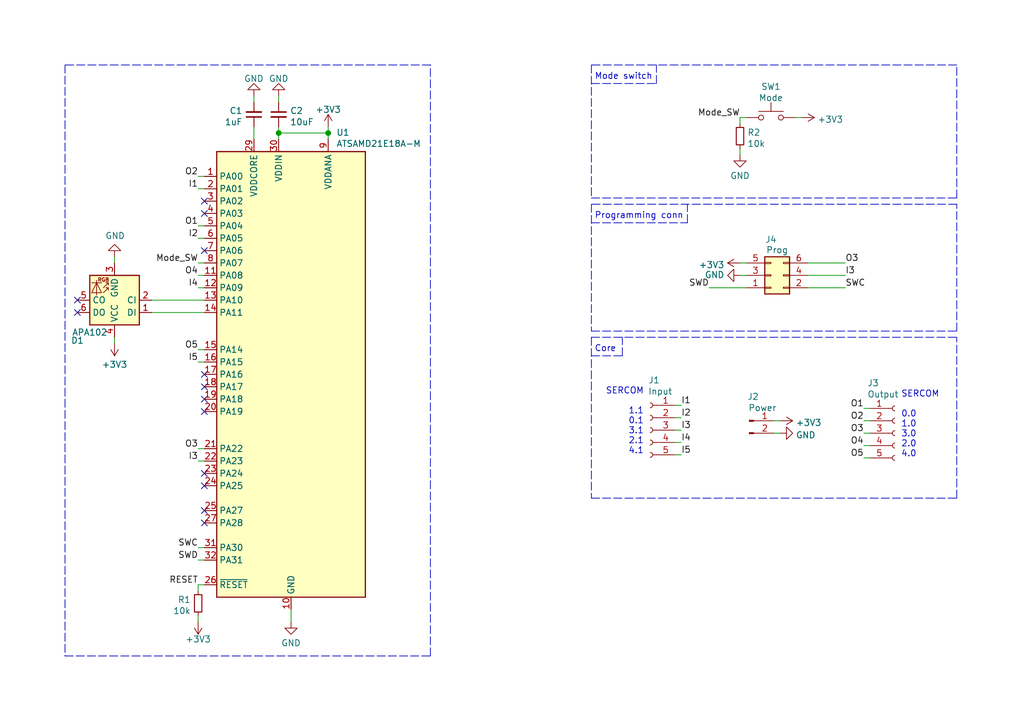
<source format=kicad_sch>
(kicad_sch (version 20210126) (generator eeschema)
  (paper "A5")
  (title_block (title "TileBoard") (date "2021-03-24") (comment 1 "Small programmable tiles which slot onto the MainBoard"))
  (lib_symbols
    (symbol "Connector:Conn_01x02_Male" (pin_names (offset 1.016) hide)
      (property "Reference" "J" (at 0 2.54 0))
      (property "Value" "Conn_01x02_Male" (at 0 -5.08 0))
      (symbol "Conn_01x02_Male_1_1"
        (rectangle (start 0.8636 -2.413) (end 0 -2.667) (stroke (width 0.1524)) (fill (type outline)))
        (rectangle (start 0.8636 0.127) (end 0 -0.127) (stroke (width 0.1524)) (fill (type outline)))
        (polyline (pts (xy 1.27 -2.54) (xy 0.8636 -2.54)) (stroke (width 0.1524)))
        (polyline (pts (xy 1.27 0) (xy 0.8636 0)) (stroke (width 0.1524)))
        (pin passive line (at 5.08 0 180) (length 3.81) (name "Pin_1") (number "1"))
        (pin passive line (at 5.08 -2.54 180) (length 3.81) (name "Pin_2") (number "2"))
      )
    )
    (symbol "Connector:Conn_01x05_Female" (pin_names (offset 1.016) hide)
      (property "Reference" "J" (at 0 7.62 0))
      (property "Value" "Conn_01x05_Female" (at 0 -7.62 0))
      (symbol "Conn_01x05_Female_1_1"
        (arc (start 0 -4.572) (end 0 -5.588) (radius (at 0 -5.08) (length 0.508) (angles 90.1 -90.1)) (stroke (width 0.1524)))
        (arc (start 0 -2.032) (end 0 -3.048) (radius (at 0 -2.54) (length 0.508) (angles 90.1 -90.1)) (stroke (width 0.1524)))
        (arc (start 0 0.508) (end 0 -0.508) (radius (at 0 0) (length 0.508) (angles 90.1 -90.1)) (stroke (width 0.1524)))
        (arc (start 0 3.048) (end 0 2.032) (radius (at 0 2.54) (length 0.508) (angles 90.1 -90.1)) (stroke (width 0.1524)))
        (arc (start 0 5.588) (end 0 4.572) (radius (at 0 5.08) (length 0.508) (angles 90.1 -90.1)) (stroke (width 0.1524)))
        (polyline (pts (xy -1.27 -5.08) (xy -0.508 -5.08)) (stroke (width 0.1524)))
        (polyline (pts (xy -1.27 -2.54) (xy -0.508 -2.54)) (stroke (width 0.1524)))
        (polyline (pts (xy -1.27 0) (xy -0.508 0)) (stroke (width 0.1524)))
        (polyline (pts (xy -1.27 2.54) (xy -0.508 2.54)) (stroke (width 0.1524)))
        (polyline (pts (xy -1.27 5.08) (xy -0.508 5.08)) (stroke (width 0.1524)))
        (pin passive line (at -5.08 5.08 0) (length 3.81) (name "Pin_1") (number "1"))
        (pin passive line (at -5.08 2.54 0) (length 3.81) (name "Pin_2") (number "2"))
        (pin passive line (at -5.08 0 0) (length 3.81) (name "Pin_3") (number "3"))
        (pin passive line (at -5.08 -2.54 0) (length 3.81) (name "Pin_4") (number "4"))
        (pin passive line (at -5.08 -5.08 0) (length 3.81) (name "Pin_5") (number "5"))
      )
    )
    (symbol "Connector_Generic:Conn_02x03_Odd_Even" (pin_names (offset 1.016) hide)
      (property "Reference" "J" (at 1.27 5.08 0))
      (property "Value" "Conn_02x03_Odd_Even" (at 1.27 -5.08 0))
      (symbol "Conn_02x03_Odd_Even_1_1"
        (rectangle (start -1.27 -2.413) (end 0 -2.667) (stroke (width 0.1524)))
        (rectangle (start -1.27 0.127) (end 0 -0.127) (stroke (width 0.1524)))
        (rectangle (start -1.27 2.667) (end 0 2.413) (stroke (width 0.1524)))
        (rectangle (start 3.81 -2.413) (end 2.54 -2.667) (stroke (width 0.1524)))
        (rectangle (start 3.81 0.127) (end 2.54 -0.127) (stroke (width 0.1524)))
        (rectangle (start 3.81 2.667) (end 2.54 2.413) (stroke (width 0.1524)))
        (rectangle (start -1.27 3.81) (end 3.81 -3.81) (stroke (width 0.254)) (fill (type background)))
        (pin passive line (at -5.08 2.54 0) (length 3.81) (name "Pin_1") (number "1"))
        (pin passive line (at 7.62 2.54 180) (length 3.81) (name "Pin_2") (number "2"))
        (pin passive line (at -5.08 0 0) (length 3.81) (name "Pin_3") (number "3"))
        (pin passive line (at 7.62 0 180) (length 3.81) (name "Pin_4") (number "4"))
        (pin passive line (at -5.08 -2.54 0) (length 3.81) (name "Pin_5") (number "5"))
        (pin passive line (at 7.62 -2.54 180) (length 3.81) (name "Pin_6") (number "6"))
      )
    )
    (symbol "Device:C_Small" (pin_numbers hide) (pin_names (offset 0.254) hide)
      (property "Reference" "C" (at 0.254 1.778 0))
      (property "Value" "C_Small" (at 0.254 -2.032 0))
      (symbol "C_Small_0_1"
        (polyline (pts (xy -1.524 -0.508) (xy 1.524 -0.508)) (stroke (width 0.3302)))
        (polyline (pts (xy -1.524 0.508) (xy 1.524 0.508)) (stroke (width 0.3048)))
      )
      (symbol "C_Small_1_1"
        (pin passive line (at 0 2.54 270) (length 2.032) (name "~") (number "1"))
        (pin passive line (at 0 -2.54 90) (length 2.032) (name "~") (number "2"))
      )
    )
    (symbol "Device:R_Small" (pin_numbers hide) (pin_names (offset 0.254) hide)
      (property "Reference" "R" (at 0.762 0.508 0))
      (property "Value" "R_Small" (at 0.762 -1.016 0))
      (symbol "R_Small_0_1"
        (rectangle (start -0.762 1.778) (end 0.762 -1.778) (stroke (width 0.2032)))
      )
      (symbol "R_Small_1_1"
        (pin passive line (at 0 2.54 270) (length 0.762) (name "~") (number "1"))
        (pin passive line (at 0 -2.54 90) (length 0.762) (name "~") (number "2"))
      )
    )
    (symbol "LED:APA102"
      (property "Reference" "D" (at 5.08 5.715 0))
      (property "Value" "APA102" (at 1.27 -5.715 0))
      (symbol "APA102_0_0"
        (text "RGB" (at 2.286 -4.191 0) (effects (font (size 0.762 0.762))))
      )
      (symbol "APA102_0_1"
        (rectangle (start 5.08 5.08) (end -5.08 -5.08) (stroke (width 0.254)) (fill (type background)))
        (polyline (pts (xy 1.27 -3.556) (xy 1.778 -3.556)))
        (polyline (pts (xy 1.27 -2.54) (xy 1.778 -2.54)))
        (polyline (pts (xy 4.699 -3.556) (xy 2.667 -3.556)))
        (polyline (pts (xy 2.286 -2.54) (xy 1.27 -3.556) (xy 1.27 -3.048)))
        (polyline (pts (xy 2.286 -1.524) (xy 1.27 -2.54) (xy 1.27 -2.032)))
        (polyline (pts (xy 3.683 -1.016) (xy 3.683 -3.556) (xy 3.683 -4.064)))
        (polyline (pts (xy 4.699 -1.524) (xy 2.667 -1.524) (xy 3.683 -3.556) (xy 4.699 -1.524)))
      )
      (symbol "APA102_1_1"
        (pin input line (at -7.62 2.54 0) (length 2.54) (name "DI") (number "1"))
        (pin input line (at -7.62 0 0) (length 2.54) (name "CI") (number "2"))
        (pin power_in line (at 0 -7.62 90) (length 2.54) (name "GND") (number "3"))
        (pin power_in line (at 0 7.62 270) (length 2.54) (name "VCC") (number "4"))
        (pin output line (at 7.62 0 180) (length 2.54) (name "CO") (number "5"))
        (pin output line (at 7.62 2.54 180) (length 2.54) (name "DO") (number "6"))
      )
    )
    (symbol "MCU_Microchip_SAMD:ATSAMD21E18A-M"
      (property "Reference" "U" (at -13.97 46.99 0))
      (property "Value" "ATSAMD21E18A-M" (at 16.51 46.99 0))
      (symbol "ATSAMD21E18A-M_1_1"
        (rectangle (start -15.24 45.72) (end 15.24 -45.72) (stroke (width 0.254)) (fill (type background)))
        (pin bidirectional line (at -17.78 40.64 0) (length 2.54) (name "PA00") (number "1"))
        (pin power_in line (at 0 -48.26 90) (length 2.54) (name "GND") (number "10"))
        (pin bidirectional line (at -17.78 20.32 0) (length 2.54) (name "PA08") (number "11"))
        (pin bidirectional line (at -17.78 17.78 0) (length 2.54) (name "PA09") (number "12"))
        (pin bidirectional line (at -17.78 15.24 0) (length 2.54) (name "PA10") (number "13"))
        (pin bidirectional line (at -17.78 12.7 0) (length 2.54) (name "PA11") (number "14"))
        (pin bidirectional line (at -17.78 5.08 0) (length 2.54) (name "PA14") (number "15"))
        (pin bidirectional line (at -17.78 2.54 0) (length 2.54) (name "PA15") (number "16"))
        (pin bidirectional line (at -17.78 0 0) (length 2.54) (name "PA16") (number "17"))
        (pin bidirectional line (at -17.78 -2.54 0) (length 2.54) (name "PA17") (number "18"))
        (pin bidirectional line (at -17.78 -5.08 0) (length 2.54) (name "PA18") (number "19"))
        (pin bidirectional line (at -17.78 38.1 0) (length 2.54) (name "PA01") (number "2"))
        (pin bidirectional line (at -17.78 -7.62 0) (length 2.54) (name "PA19") (number "20"))
        (pin bidirectional line (at -17.78 -15.24 0) (length 2.54) (name "PA22") (number "21"))
        (pin bidirectional line (at -17.78 -17.78 0) (length 2.54) (name "PA23") (number "22"))
        (pin bidirectional line (at -17.78 -20.32 0) (length 2.54) (name "PA24") (number "23"))
        (pin bidirectional line (at -17.78 -22.86 0) (length 2.54) (name "PA25") (number "24"))
        (pin bidirectional line (at -17.78 -27.94 0) (length 2.54) (name "PA27") (number "25"))
        (pin input line (at -17.78 -43.18 0) (length 2.54) (name "~RESET") (number "26"))
        (pin bidirectional line (at -17.78 -30.48 0) (length 2.54) (name "PA28") (number "27"))
        (pin passive line (at 0 -48.26 90) (length 2.54) hide (name "GND") (number "28"))
        (pin power_out line (at -7.62 48.26 270) (length 2.54) (name "VDDCORE") (number "29"))
        (pin bidirectional line (at -17.78 35.56 0) (length 2.54) (name "PA02") (number "3"))
        (pin power_in line (at -2.54 48.26 270) (length 2.54) (name "VDDIN") (number "30"))
        (pin bidirectional line (at -17.78 -35.56 0) (length 2.54) (name "PA30") (number "31"))
        (pin bidirectional line (at -17.78 -38.1 0) (length 2.54) (name "PA31") (number "32"))
        (pin no_connect line (at 15.24 -43.18 180) (length 2.54) hide (name "EP") (number "33"))
        (pin bidirectional line (at -17.78 33.02 0) (length 2.54) (name "PA03") (number "4"))
        (pin bidirectional line (at -17.78 30.48 0) (length 2.54) (name "PA04") (number "5"))
        (pin bidirectional line (at -17.78 27.94 0) (length 2.54) (name "PA05") (number "6"))
        (pin bidirectional line (at -17.78 25.4 0) (length 2.54) (name "PA06") (number "7"))
        (pin bidirectional line (at -17.78 22.86 0) (length 2.54) (name "PA07") (number "8"))
        (pin power_in line (at 7.62 48.26 270) (length 2.54) (name "VDDANA") (number "9"))
      )
    )
    (symbol "Switch:SW_Push" (pin_numbers hide) (pin_names (offset 1.016) hide)
      (property "Reference" "SW" (at 1.27 2.54 0))
      (property "Value" "SW_Push" (at 0 -1.524 0))
      (symbol "SW_Push_0_1"
        (circle (center -2.032 0) (radius 0.508))
        (circle (center 2.032 0) (radius 0.508))
        (polyline (pts (xy 0 1.27) (xy 0 3.048)))
        (polyline (pts (xy 2.54 1.27) (xy -2.54 1.27)))
        (pin passive line (at -5.08 0 0) (length 2.54) (name "1") (number "1"))
        (pin passive line (at 5.08 0 180) (length 2.54) (name "2") (number "2"))
      )
    )
    (symbol "power:+3.3V" (power) (pin_names (offset 0))
      (property "Value" "+3.3V" (at 0 3.556 0))
      (symbol "+3.3V_0_1"
        (polyline (pts (xy -0.762 1.27) (xy 0 2.54)))
        (polyline (pts (xy 0 0) (xy 0 2.54)))
        (polyline (pts (xy 0 2.54) (xy 0.762 1.27)))
      )
      (symbol "+3.3V_1_1"
        (pin power_in line (at 0 0 90) (length 0) hide (name "+3V3") (number "1"))
      )
    )
    (symbol "power:GND" (power) (pin_names (offset 0))
      (property "Value" "GND" (at 0 -3.81 0))
      (symbol "GND_0_1"
        (polyline (pts (xy 0 0) (xy 0 -1.27) (xy 1.27 -1.27) (xy 0 -2.54) (xy -1.27 -1.27) (xy 0 -1.27)))
      )
      (symbol "GND_1_1"
        (pin power_in line (at 0 0 270) (length 0) hide (name "GND") (number "1"))
      )
    )
  )
  (junction (at 57.15 27.305) (diameter 1.016))
  (junction (at 67.31 27.305) (diameter 1.016))
  (no_connect (at 15.875 61.595))
  (no_connect (at 15.875 64.135))
  (no_connect (at 41.91 41.275))
  (no_connect (at 41.91 43.815))
  (no_connect (at 41.91 51.435))
  (no_connect (at 41.91 76.835))
  (no_connect (at 41.91 79.375))
  (no_connect (at 41.91 81.915))
  (no_connect (at 41.91 84.455))
  (no_connect (at 41.91 97.155))
  (no_connect (at 41.91 99.695))
  (no_connect (at 41.91 104.775))
  (no_connect (at 41.91 107.315))
  (wire (pts (xy 23.495 53.975) (xy 23.495 52.705)))
  (wire (pts (xy 23.495 70.485) (xy 23.495 69.215)))
  (wire (pts (xy 31.115 61.595) (xy 41.91 61.595)))
  (wire (pts (xy 31.115 64.135) (xy 41.91 64.135)))
  (wire (pts (xy 40.64 36.195) (xy 41.91 36.195)))
  (wire (pts (xy 40.64 38.735) (xy 41.91 38.735)))
  (wire (pts (xy 40.64 46.355) (xy 41.91 46.355)))
  (wire (pts (xy 40.64 48.895) (xy 41.91 48.895)))
  (wire (pts (xy 40.64 53.975) (xy 41.91 53.975)))
  (wire (pts (xy 40.64 56.515) (xy 41.91 56.515)))
  (wire (pts (xy 40.64 59.055) (xy 41.91 59.055)))
  (wire (pts (xy 40.64 71.755) (xy 41.91 71.755)))
  (wire (pts (xy 40.64 74.295) (xy 41.91 74.295)))
  (wire (pts (xy 40.64 92.075) (xy 41.91 92.075)))
  (wire (pts (xy 40.64 94.615) (xy 41.91 94.615)))
  (wire (pts (xy 40.64 112.395) (xy 41.91 112.395)))
  (wire (pts (xy 40.64 114.935) (xy 41.91 114.935)))
  (wire (pts (xy 40.64 120.015) (xy 40.64 121.285)))
  (wire (pts (xy 40.64 120.015) (xy 41.91 120.015)))
  (wire (pts (xy 40.64 127.635) (xy 40.64 126.365)))
  (wire (pts (xy 52.07 19.685) (xy 52.07 20.955)))
  (wire (pts (xy 52.07 26.035) (xy 52.07 28.575)))
  (wire (pts (xy 57.15 19.685) (xy 57.15 20.955)))
  (wire (pts (xy 57.15 26.035) (xy 57.15 27.305)))
  (wire (pts (xy 57.15 27.305) (xy 57.15 28.575)))
  (wire (pts (xy 57.15 27.305) (xy 67.31 27.305)))
  (wire (pts (xy 59.69 125.095) (xy 59.69 127.635)))
  (wire (pts (xy 67.31 26.035) (xy 67.31 27.305)))
  (wire (pts (xy 67.31 28.575) (xy 67.31 27.305)))
  (wire (pts (xy 138.43 83.185) (xy 139.7 83.185)))
  (wire (pts (xy 138.43 85.725) (xy 139.7 85.725)))
  (wire (pts (xy 138.43 88.265) (xy 139.7 88.265)))
  (wire (pts (xy 138.43 90.805) (xy 139.7 90.805)))
  (wire (pts (xy 138.43 93.345) (xy 139.7 93.345)))
  (wire (pts (xy 151.765 24.13) (xy 151.765 25.4)))
  (wire (pts (xy 151.765 24.13) (xy 153.035 24.13)))
  (wire (pts (xy 151.765 30.48) (xy 151.765 31.75)))
  (wire (pts (xy 151.765 53.975) (xy 153.035 53.975)))
  (wire (pts (xy 153.035 56.515) (xy 151.765 56.515)))
  (wire (pts (xy 153.035 59.055) (xy 145.415 59.055)))
  (wire (pts (xy 158.75 86.36) (xy 160.02 86.36)))
  (wire (pts (xy 158.75 88.9) (xy 160.02 88.9)))
  (wire (pts (xy 164.465 24.13) (xy 163.195 24.13)))
  (wire (pts (xy 165.735 56.515) (xy 173.355 56.515)))
  (wire (pts (xy 173.355 53.975) (xy 165.735 53.975)))
  (wire (pts (xy 173.355 59.055) (xy 165.735 59.055)))
  (wire (pts (xy 177.165 83.82) (xy 178.435 83.82)))
  (wire (pts (xy 177.165 86.36) (xy 178.435 86.36)))
  (wire (pts (xy 177.165 88.9) (xy 178.435 88.9)))
  (wire (pts (xy 177.165 91.44) (xy 178.435 91.44)))
  (wire (pts (xy 177.165 93.98) (xy 178.435 93.98)))
  (polyline (pts (xy 13.335 13.335) (xy 13.335 134.62)) (stroke (width 0) (type dash)))
  (polyline (pts (xy 13.335 134.62) (xy 88.265 134.62)) (stroke (width 0) (type dash)))
  (polyline (pts (xy 88.265 13.335) (xy 13.335 13.335)) (stroke (width 0) (type dash)))
  (polyline (pts (xy 88.265 134.62) (xy 88.265 13.335)) (stroke (width 0) (type dash)))
  (polyline (pts (xy 121.285 13.335) (xy 121.285 40.64)) (stroke (width 0) (type dash)))
  (polyline (pts (xy 121.285 17.145) (xy 134.62 17.145)) (stroke (width 0) (type dash)))
  (polyline (pts (xy 121.285 40.64) (xy 196.215 40.64)) (stroke (width 0) (type dash)))
  (polyline (pts (xy 121.285 41.91) (xy 121.285 67.945)) (stroke (width 0) (type dash)))
  (polyline (pts (xy 121.285 45.72) (xy 140.97 45.72)) (stroke (width 0) (type dash)))
  (polyline (pts (xy 121.285 67.945) (xy 196.215 67.945)) (stroke (width 0) (type dash)))
  (polyline (pts (xy 121.285 69.215) (xy 121.285 102.235)) (stroke (width 0) (type dash)))
  (polyline (pts (xy 121.285 69.215) (xy 196.215 69.215)) (stroke (width 0) (type dash)))
  (polyline (pts (xy 121.285 73.025) (xy 127.635 73.025)) (stroke (width 0) (type dash)))
  (polyline (pts (xy 121.285 102.235) (xy 196.215 102.235)) (stroke (width 0) (type dash)))
  (polyline (pts (xy 127.635 73.025) (xy 127.635 69.215)) (stroke (width 0) (type dash)))
  (polyline (pts (xy 134.62 17.145) (xy 134.62 13.335)) (stroke (width 0) (type dash)))
  (polyline (pts (xy 140.97 45.72) (xy 140.97 41.91)) (stroke (width 0) (type dash)))
  (polyline (pts (xy 196.215 13.335) (xy 121.285 13.335)) (stroke (width 0) (type dash)))
  (polyline (pts (xy 196.215 40.64) (xy 196.215 13.335)) (stroke (width 0) (type dash)))
  (polyline (pts (xy 196.215 41.91) (xy 121.285 41.91)) (stroke (width 0) (type dash)))
  (polyline (pts (xy 196.215 67.945) (xy 196.215 41.91)) (stroke (width 0) (type dash)))
  (polyline (pts (xy 196.215 102.235) (xy 196.215 69.215)) (stroke (width 0) (type dash)))
  (text "Mode switch" (at 121.92 16.51 0) (effects (font (size 1.27 1.27)) (justify left bottom)))
  (text "Programming conn\n" (at 121.92 45.085 0) (effects (font (size 1.27 1.27)) (justify left bottom)))
  (text "Core" (at 121.92 72.39 0) (effects (font (size 1.27 1.27)) (justify left bottom)))
  (text "SERCOM\n\n1.1\n0.1\n3.1\n2.1\n4.1" (at 132.08 93.345 180) (effects (font (size 1.27 1.27)) (justify right bottom)))
  (text "SERCOM\n\n0.0\n1.0\n3.0\n2.0\n4.0" (at 184.785 93.98 0) (effects (font (size 1.27 1.27)) (justify left bottom)))
  (label "O2" (at 40.64 36.195 180))
  (label "I1" (at 40.64 38.735 180))
  (label "O1" (at 40.64 46.355 180))
  (label "I2" (at 40.64 48.895 180))
  (label "Mode_SW" (at 40.64 53.975 180))
  (label "O4" (at 40.64 56.515 180))
  (label "I4" (at 40.64 59.055 180))
  (label "O5" (at 40.64 71.755 180))
  (label "I5" (at 40.64 74.295 180))
  (label "O3" (at 40.64 92.075 180))
  (label "I3" (at 40.64 94.615 180))
  (label "SWC" (at 40.64 112.395 180))
  (label "SWD" (at 40.64 114.935 180))
  (label "RESET" (at 40.64 120.015 180))
  (label "I1" (at 139.7 83.185 0))
  (label "I2" (at 139.7 85.725 0))
  (label "I3" (at 139.7 88.265 0))
  (label "I4" (at 139.7 90.805 0))
  (label "I5" (at 139.7 93.345 0))
  (label "SWD" (at 145.415 59.055 180))
  (label "Mode_SW" (at 151.765 24.13 180))
  (label "O3" (at 173.355 53.975 0))
  (label "I3" (at 173.355 56.515 0))
  (label "SWC" (at 173.355 59.055 0))
  (label "O1" (at 177.165 83.82 180))
  (label "O2" (at 177.165 86.36 180))
  (label "O3" (at 177.165 88.9 180))
  (label "O4" (at 177.165 91.44 180))
  (label "O5" (at 177.165 93.98 180))
  (symbol (lib_id "power:+3.3V") (at 23.495 70.485 180) (unit 1)
    (property "Reference" "#PWR0105" (effects hide))
    (property "Value" "+3.3V" (at 23.495 74.8094 0))
  )
  (symbol (lib_id "power:+3.3V") (at 40.64 127.635 180) (unit 1)
    (property "Reference" "#PWR0101" (effects hide))
    (property "Value" "+3.3V" (at 40.64 131.1824 0))
  )
  (symbol (lib_id "power:+3.3V") (at 67.31 26.035 0) (unit 1)
    (property "Reference" "#PWR0104" (effects hide))
    (property "Value" "+3.3V" (at 67.31 22.4876 0))
  )
  (symbol (lib_id "power:+3.3V") (at 151.765 53.975 90) (unit 1)
    (property "Reference" "#PWR0112" (effects hide))
    (property "Value" "+3.3V" (at 148.5899 54.3635 90) (effects (justify left)))
  )
  (symbol (lib_id "power:+3.3V") (at 160.02 86.36 270) (unit 1)
    (property "Reference" "#PWR0108" (effects hide))
    (property "Value" "+3.3V" (at 163.1951 86.7485 90) (effects (justify left)))
  )
  (symbol (lib_id "power:+3.3V") (at 164.465 24.13 270) (mirror x) (unit 1)
    (property "Reference" "#PWR0106" (effects hide))
    (property "Value" "+3.3V" (at 167.6401 24.5185 90) (effects (justify left)))
  )
  (symbol (lib_id "power:GND") (at 23.495 52.705 0) (mirror x) (unit 1)
    (property "Reference" "#PWR0103" (effects hide))
    (property "Value" "GND" (at 23.6093 48.3806 0))
  )
  (symbol (lib_id "power:GND") (at 52.07 19.685 180) (unit 1)
    (property "Reference" "#PWR0111" (effects hide))
    (property "Value" "GND" (at 52.07 16.1376 0))
  )
  (symbol (lib_id "power:GND") (at 57.15 19.685 180) (unit 1)
    (property "Reference" "#PWR0110" (effects hide))
    (property "Value" "GND" (at 57.15 16.1376 0))
  )
  (symbol (lib_id "power:GND") (at 59.69 127.635 0) (unit 1)
    (property "Reference" "#PWR0102" (effects hide))
    (property "Value" "GND" (at 59.69 131.9594 0))
  )
  (symbol (lib_id "power:GND") (at 151.765 31.75 0) (mirror y) (unit 1)
    (property "Reference" "#PWR0107" (effects hide))
    (property "Value" "GND" (at 151.765 36.0744 0))
  )
  (symbol (lib_id "power:GND") (at 151.765 56.515 270) (mirror x) (unit 1)
    (property "Reference" "#PWR0109" (effects hide))
    (property "Value" "GND" (at 148.59 56.4007 90) (effects (justify right)))
  )
  (symbol (lib_id "power:GND") (at 160.02 88.9 90) (unit 1)
    (property "Reference" "#PWR0117" (effects hide))
    (property "Value" "GND" (at 163.1951 89.2885 90) (effects (justify right)))
  )
  (symbol (lib_id "Device:R_Small") (at 40.64 123.825 0) (mirror x) (unit 1)
    (property "Reference" "R1" (at 39.1414 123.0641 0) (effects (justify right)))
    (property "Value" "10k" (at 39.1414 125.3628 0) (effects (justify right)))
    (property "Footprint" "Resistor_SMD:R_0603_1608Metric" (effects hide))
  )
  (symbol (lib_id "Device:R_Small") (at 151.765 27.94 0) (mirror y) (unit 1)
    (property "Reference" "R2" (at 153.2637 27.1791 0) (effects (justify right)))
    (property "Value" "10k" (at 153.2637 29.4778 0) (effects (justify right)))
    (property "Footprint" "Resistor_SMD:R_0603_1608Metric" (effects hide))
  )
  (symbol (lib_id "Connector:Conn_01x02_Male") (at 153.67 86.36 0) (unit 1)
    (property "Reference" "J2" (at 154.4574 81.4028 0))
    (property "Value" "Power" (at 156.3624 83.7015 0))
    (property "Footprint" "InvertedSwitch:Cherry_MX_PCB_Form" (effects hide))
  )
  (symbol (lib_id "Device:C_Small") (at 52.07 23.495 0) (mirror x) (unit 1)
    (property "Reference" "C1" (at 49.7459 22.7341 0) (effects (justify right)))
    (property "Value" "1uF" (at 49.7459 25.0328 0) (effects (justify right)))
    (property "Footprint" "Capacitor_SMD:C_0603_1608Metric" (effects hide))
  )
  (symbol (lib_id "Device:C_Small") (at 57.15 23.495 0) (unit 1)
    (property "Reference" "C2" (at 59.4742 22.7341 0) (effects (justify left)))
    (property "Value" "10uF" (at 59.4742 25.0328 0) (effects (justify left)))
    (property "Footprint" "Capacitor_SMD:C_0603_1608Metric" (effects hide))
  )
  (symbol (lib_id "Switch:SW_Push") (at 158.115 24.13 0) (mirror y) (unit 1)
    (property "Reference" "SW1" (at 158.115 17.7758 0))
    (property "Value" "Mode" (at 158.115 20.0745 0))
    (property "Footprint" "Button_Switch_SMD:SW_Push_SPST_NO_Alps_SKRK" (effects hide))
  )
  (symbol (lib_id "Connector:Conn_01x05_Female") (at 133.35 88.265 0) (mirror y) (unit 1)
    (property "Reference" "J1" (at 134.1374 78.0246 0))
    (property "Value" "Input" (at 135.4074 80.3233 0))
    (property "Footprint" "Connector_PinSocket_2.54mm:PinSocket_1x05_P2.54mm_Vertical" (effects hide))
  )
  (symbol (lib_id "Connector:Conn_01x05_Female") (at 183.515 88.9 0) (unit 1)
    (property "Reference" "J3" (at 177.8763 78.6141 0) (effects (justify left)))
    (property "Value" "Output" (at 177.8763 80.9128 0) (effects (justify left)))
    (property "Footprint" "Connector_PinSocket_2.54mm:PinSocket_1x05_P2.54mm_Vertical" (effects hide))
  )
  (symbol (lib_id "Connector_Generic:Conn_02x03_Odd_Even") (at 158.115 56.515 0) (mirror x) (unit 1)
    (property "Reference" "J4" (at 158.115 49.1532 0))
    (property "Value" "Prog" (at 159.385 51.2995 0))
    (property "Footprint" "Connector:Tag-Connect_TC2030-IDC-NL_2x03_P1.27mm_Vertical" (effects hide))
  )
  (symbol (lib_id "LED:APA102") (at 23.495 61.595 180) (unit 1)
    (property "Reference" "D1" (at 15.875 69.8692 0))
    (property "Value" "APA102" (at 18.415 68.2055 0))
    (property "Footprint" "LED_SMD:LED_RGB_5050-6" (effects hide))
    (property "Datasheet" "http://www.led-color.com/upload/201506/APA102%20LED.pdf" (effects hide))
  )
  (symbol (lib_id "MCU_Microchip_SAMD:ATSAMD21E18A-M") (at 59.69 76.835 0) (unit 1)
    (property "Reference" "U1" (at 68.9611 27.1791 0) (effects (justify left)))
    (property "Value" "ATSAMD21E18A-M" (at 68.9611 29.4778 0) (effects (justify left)))
    (property "Footprint" "Package_DFN_QFN:QFN-32-1EP_5x5mm_P0.5mm_EP3.6x3.6mm" (effects hide))
    (property "Datasheet" "http://ww1.microchip.com/downloads/en/DeviceDoc/SAM_D21_DA1_Family_Data%20Sheet_DS40001882E.pdf" (effects hide))
  )
)
</source>
